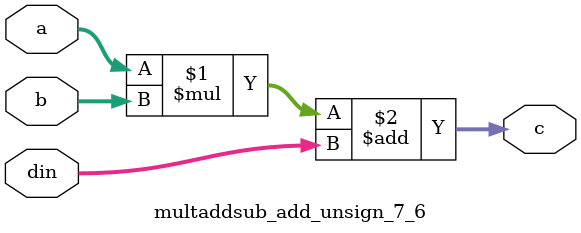
<source format=sv>
module multaddsub_add_unsign_7_6(a,b,c,din); 
    parameter A_WIDTH = 7; 
    parameter B_WIDTH = 6;
 
    input unsigned [(A_WIDTH - 1):0] a; 
    input unsigned [(B_WIDTH - 1):0] b;
    input unsigned [(A_WIDTH + B_WIDTH - 1):0] din; 
    output unsigned [(A_WIDTH + B_WIDTH - 1):0] c;
 
    assign c = a * b + din; 
endmodule
</source>
